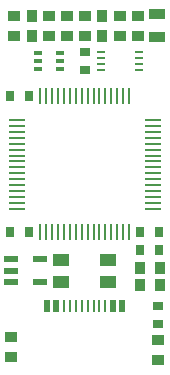
<source format=gtp>
G04 EAGLE Gerber RS-274X export*
G75*
%MOMM*%
%FSLAX34Y34*%
%LPD*%
%INTop Paste*%
%IPPOS*%
%AMOC8*
5,1,8,0,0,1.08239X$1,22.5*%
G01*
%ADD10R,0.549200X1.099200*%
%ADD11R,0.249200X1.099200*%
%ADD12R,0.249200X1.449200*%
%ADD13R,1.449200X0.249200*%
%ADD14R,1.469200X0.879200*%
%ADD15R,1.346200X1.041400*%
%ADD16R,1.149200X0.549200*%
%ADD17R,0.799200X0.249200*%
%ADD18R,0.799200X0.349200*%
%ADD19R,1.049200X0.949200*%
%ADD20R,0.949200X1.049200*%
%ADD21R,0.711200X0.914400*%
%ADD22R,0.914400X0.711200*%


D10*
X43000Y87550D03*
X51000Y87550D03*
D11*
X62500Y87550D03*
X72500Y87550D03*
X77500Y87550D03*
X87500Y87550D03*
D10*
X107000Y87550D03*
X99000Y87550D03*
D11*
X92500Y87550D03*
X82500Y87550D03*
X67500Y87550D03*
X57500Y87550D03*
D12*
X112500Y265000D03*
X107500Y265000D03*
X102500Y265000D03*
X97500Y265000D03*
X92500Y265000D03*
X87500Y265000D03*
X82500Y265000D03*
X77500Y265000D03*
X72500Y265000D03*
X67500Y265000D03*
X62500Y265000D03*
X57500Y265000D03*
X52500Y265000D03*
X47500Y265000D03*
X42500Y265000D03*
X37500Y265000D03*
D13*
X17500Y245000D03*
X17500Y240000D03*
X17500Y235000D03*
X17500Y230000D03*
X17500Y225000D03*
X17500Y220000D03*
X17500Y215000D03*
X17500Y210000D03*
X17500Y205000D03*
X17500Y200000D03*
X17500Y195000D03*
X17500Y190000D03*
X17500Y185000D03*
X17500Y180000D03*
X17500Y175000D03*
X17500Y170000D03*
D12*
X37500Y150000D03*
X42500Y150000D03*
X47500Y150000D03*
X52500Y150000D03*
X57500Y150000D03*
X62500Y150000D03*
X67500Y150000D03*
X72500Y150000D03*
X77500Y150000D03*
X82500Y150000D03*
X87500Y150000D03*
X92500Y150000D03*
X97500Y150000D03*
X102500Y150000D03*
X107500Y150000D03*
X112500Y150000D03*
D13*
X132500Y170000D03*
X132500Y175000D03*
X132500Y180000D03*
X132500Y185000D03*
X132500Y190000D03*
X132500Y195000D03*
X132500Y200000D03*
X132500Y205000D03*
X132500Y210000D03*
X132500Y215000D03*
X132500Y220000D03*
X132500Y225000D03*
X132500Y230000D03*
X132500Y235000D03*
X132500Y240000D03*
X132500Y245000D03*
D14*
X136544Y315000D03*
X136544Y335000D03*
D15*
X55000Y108102D03*
X55000Y126898D03*
D16*
X12500Y127000D03*
X12500Y117500D03*
X12500Y108000D03*
X37500Y108000D03*
X37500Y127000D03*
D17*
X120750Y287500D03*
X120750Y292500D03*
X120750Y297500D03*
X120750Y302500D03*
X89250Y302500D03*
X89250Y297500D03*
X89250Y292500D03*
X89250Y287500D03*
D18*
X54250Y288500D03*
X54250Y295000D03*
X54250Y301500D03*
X35750Y301500D03*
X35750Y295000D03*
X35750Y288500D03*
D19*
X75000Y333500D03*
X75000Y316500D03*
X60000Y333500D03*
X60000Y316500D03*
X105000Y316500D03*
X105000Y333500D03*
X45000Y316500D03*
X45000Y333500D03*
D20*
X90000Y316500D03*
X90000Y333500D03*
X30000Y316500D03*
X30000Y333500D03*
D19*
X137500Y41500D03*
X137500Y58500D03*
X12500Y44000D03*
X12500Y61000D03*
D20*
X121500Y120000D03*
X138500Y120000D03*
D21*
X122126Y135000D03*
X137874Y135000D03*
X27874Y150000D03*
X12126Y150000D03*
D15*
X95000Y126898D03*
X95000Y108102D03*
D21*
X122126Y150000D03*
X137874Y150000D03*
X27874Y265000D03*
X12126Y265000D03*
D22*
X75000Y287126D03*
X75000Y302874D03*
D20*
X138500Y105000D03*
X121500Y105000D03*
D22*
X137500Y72126D03*
X137500Y87874D03*
D19*
X15000Y316500D03*
X15000Y333500D03*
X120000Y316500D03*
X120000Y333500D03*
M02*

</source>
